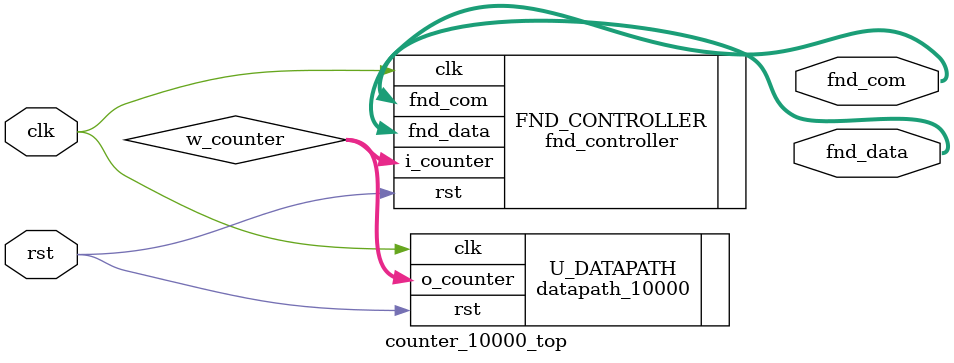
<source format=v>
`timescale 1ns / 1ps


module counter_10000_top(
    // INPUT
    input clk,
    input rst,

    //OUTPUT
    output [3:0] fnd_com,
    output [7:0] fnd_data
    );

    // ---------------------
    // Debugging
    // wire [3:0] w_counter;
    // ---------------------
    
    wire [13:0] w_counter;


    fnd_controller FND_CONTROLLER(
        .clk(clk),
        .rst(rst),
        .i_counter(w_counter),
        .fnd_com(fnd_com),
        .fnd_data(fnd_data)
    );

    datapath_10000 U_DATAPATH(
        .clk(clk),
        .rst(rst),
        .o_counter(w_counter)
    );

    

endmodule

</source>
